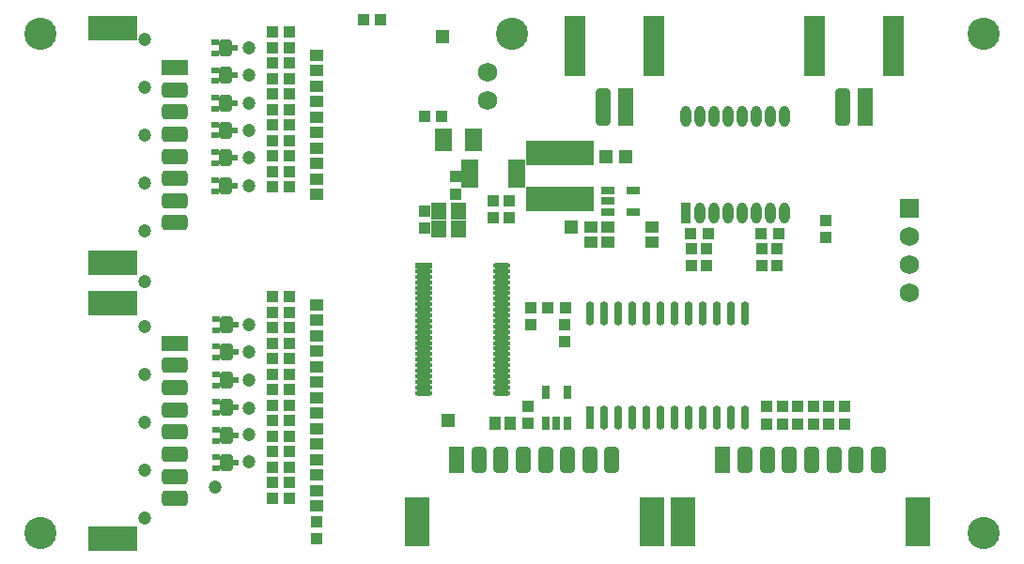
<source format=gts>
G04 Layer_Color=8388736*
%FSTAX24Y24*%
%MOIN*%
G70*
G01*
G75*
%ADD54R,0.0493X0.0316*%
%ADD55R,0.0631X0.0190*%
%ADD56R,0.0533X0.0631*%
G04:AMPARAMS|DCode=57|XSize=47.4mil|YSize=59.2mil|CornerRadius=7mil|HoleSize=0mil|Usage=FLASHONLY|Rotation=0.000|XOffset=0mil|YOffset=0mil|HoleType=Round|Shape=RoundedRectangle|*
%AMROUNDEDRECTD57*
21,1,0.0474,0.0453,0,0,0.0*
21,1,0.0335,0.0592,0,0,0.0*
1,1,0.0139,0.0167,-0.0226*
1,1,0.0139,-0.0167,-0.0226*
1,1,0.0139,-0.0167,0.0226*
1,1,0.0139,0.0167,0.0226*
%
%ADD57ROUNDEDRECTD57*%
%ADD58R,0.0257X0.0198*%
%ADD59R,0.0277X0.0202*%
%ADD60R,0.0415X0.0415*%
%ADD61R,0.0415X0.0415*%
%ADD62R,0.0454X0.0414*%
G04:AMPARAMS|DCode=63|XSize=55.2mil|YSize=94.6mil|CornerRadius=15.8mil|HoleSize=0mil|Usage=FLASHONLY|Rotation=270.000|XOffset=0mil|YOffset=0mil|HoleType=Round|Shape=RoundedRectangle|*
%AMROUNDEDRECTD63*
21,1,0.0552,0.0630,0,0,270.0*
21,1,0.0236,0.0946,0,0,270.0*
1,1,0.0316,-0.0315,-0.0118*
1,1,0.0316,-0.0315,0.0118*
1,1,0.0316,0.0315,0.0118*
1,1,0.0316,0.0315,-0.0118*
%
%ADD63ROUNDEDRECTD63*%
%ADD64R,0.1734X0.0867*%
%ADD65R,0.0946X0.0552*%
%ADD66O,0.0612X0.0198*%
%ADD67R,0.0612X0.0198*%
%ADD68R,0.0631X0.0789*%
%ADD69R,0.2442X0.0907*%
G04:AMPARAMS|DCode=70|XSize=55.2mil|YSize=94.6mil|CornerRadius=15.8mil|HoleSize=0mil|Usage=FLASHONLY|Rotation=0.000|XOffset=0mil|YOffset=0mil|HoleType=Round|Shape=RoundedRectangle|*
%AMROUNDEDRECTD70*
21,1,0.0552,0.0630,0,0,0.0*
21,1,0.0236,0.0946,0,0,0.0*
1,1,0.0316,0.0118,-0.0315*
1,1,0.0316,-0.0118,-0.0315*
1,1,0.0316,-0.0118,0.0315*
1,1,0.0316,0.0118,0.0315*
%
%ADD70ROUNDEDRECTD70*%
%ADD71R,0.0867X0.1734*%
%ADD72R,0.0552X0.0946*%
%ADD73R,0.0414X0.0454*%
%ADD74R,0.0316X0.0474*%
%ADD75O,0.0297X0.0848*%
%ADD76R,0.0297X0.0848*%
%ADD77R,0.0474X0.0474*%
%ADD78R,0.0749X0.2167*%
G04:AMPARAMS|DCode=79|XSize=55.2mil|YSize=134mil|CornerRadius=15.8mil|HoleSize=0mil|Usage=FLASHONLY|Rotation=180.000|XOffset=0mil|YOffset=0mil|HoleType=Round|Shape=RoundedRectangle|*
%AMROUNDEDRECTD79*
21,1,0.0552,0.1024,0,0,180.0*
21,1,0.0236,0.1340,0,0,180.0*
1,1,0.0316,-0.0118,0.0512*
1,1,0.0316,0.0118,0.0512*
1,1,0.0316,0.0118,-0.0512*
1,1,0.0316,-0.0118,-0.0512*
%
%ADD79ROUNDEDRECTD79*%
%ADD80R,0.0552X0.1340*%
%ADD81O,0.0379X0.0749*%
%ADD82R,0.0379X0.0749*%
%ADD83C,0.0680*%
%ADD84R,0.0680X0.0680*%
%ADD85C,0.1143*%
%ADD86C,0.0474*%
D54*
X032116Y040131D02*
D03*
Y039757D02*
D03*
Y039383D02*
D03*
X033021D02*
D03*
Y040131D02*
D03*
D55*
X027207Y041134D02*
D03*
Y040937D02*
D03*
Y04074D02*
D03*
Y040543D02*
D03*
Y040346D02*
D03*
X028893Y041134D02*
D03*
Y040937D02*
D03*
Y04074D02*
D03*
Y040543D02*
D03*
Y040346D02*
D03*
D56*
X026128Y039412D02*
D03*
X026817D02*
D03*
X026128Y038762D02*
D03*
X026817D02*
D03*
D57*
X018569Y030474D02*
D03*
Y03144D02*
D03*
Y032423D02*
D03*
Y033407D02*
D03*
Y035374D02*
D03*
Y03439D02*
D03*
X018543Y045207D02*
D03*
Y044219D02*
D03*
Y043232D02*
D03*
X018543Y042283D02*
D03*
Y041295D02*
D03*
Y040308D02*
D03*
D58*
X018214Y030277D02*
D03*
Y030671D02*
D03*
Y031243D02*
D03*
Y031637D02*
D03*
Y032227D02*
D03*
Y03262D02*
D03*
Y03321D02*
D03*
Y033604D02*
D03*
Y035177D02*
D03*
Y035571D02*
D03*
Y034193D02*
D03*
Y034587D02*
D03*
X018189Y045404D02*
D03*
Y04501D02*
D03*
Y044416D02*
D03*
Y044023D02*
D03*
Y043429D02*
D03*
Y043035D02*
D03*
X018189Y04248D02*
D03*
Y042086D02*
D03*
Y041492D02*
D03*
Y041099D02*
D03*
Y040505D02*
D03*
Y040111D02*
D03*
D59*
X018864Y030474D02*
D03*
Y03144D02*
D03*
Y032423D02*
D03*
Y033407D02*
D03*
Y035374D02*
D03*
Y03439D02*
D03*
X018839Y045207D02*
D03*
Y044219D02*
D03*
Y043232D02*
D03*
X018839Y042283D02*
D03*
Y041295D02*
D03*
Y040308D02*
D03*
D60*
X021769Y028362D02*
D03*
Y027752D02*
D03*
X0267Y040625D02*
D03*
Y040015D02*
D03*
X025619Y039412D02*
D03*
Y038802D02*
D03*
X02805Y039765D02*
D03*
Y039155D02*
D03*
X0286Y039765D02*
D03*
Y039155D02*
D03*
X03775Y031845D02*
D03*
Y032455D02*
D03*
X0383Y031845D02*
D03*
Y032455D02*
D03*
X03885Y031845D02*
D03*
Y032455D02*
D03*
X0394Y031845D02*
D03*
Y032455D02*
D03*
X03995D02*
D03*
Y031845D02*
D03*
X0405Y032455D02*
D03*
Y031845D02*
D03*
X029294Y031855D02*
D03*
Y032465D02*
D03*
X030594Y035365D02*
D03*
Y034755D02*
D03*
X029394Y035965D02*
D03*
Y035355D02*
D03*
X039844Y039065D02*
D03*
Y038455D02*
D03*
X035619Y037452D02*
D03*
Y038062D02*
D03*
X035069Y037452D02*
D03*
Y038062D02*
D03*
X037569D02*
D03*
Y037452D02*
D03*
X038119Y038062D02*
D03*
Y037452D02*
D03*
D61*
X020213Y029207D02*
D03*
X020824D02*
D03*
X020213Y029757D02*
D03*
X020824D02*
D03*
Y030307D02*
D03*
X020213D02*
D03*
Y030857D02*
D03*
X020824D02*
D03*
Y031407D02*
D03*
X020213D02*
D03*
Y031957D02*
D03*
X020824D02*
D03*
Y044657D02*
D03*
X020213D02*
D03*
X020824Y045757D02*
D03*
X020213D02*
D03*
X020824Y043557D02*
D03*
X020213D02*
D03*
X020824Y042457D02*
D03*
X020213D02*
D03*
X020824Y041357D02*
D03*
X020213D02*
D03*
X020824Y040257D02*
D03*
X020213D02*
D03*
Y040807D02*
D03*
X020824D02*
D03*
X020213Y041907D02*
D03*
X020824D02*
D03*
X020213Y043007D02*
D03*
X020824D02*
D03*
X020213Y044107D02*
D03*
X020824D02*
D03*
X020213Y045207D02*
D03*
X020824D02*
D03*
X020213Y036357D02*
D03*
X020824D02*
D03*
X020213Y035257D02*
D03*
X020824D02*
D03*
Y035807D02*
D03*
X020213D02*
D03*
X020824Y034707D02*
D03*
X020213D02*
D03*
Y034157D02*
D03*
X020824D02*
D03*
Y033607D02*
D03*
X020213D02*
D03*
Y033057D02*
D03*
X020824D02*
D03*
Y032507D02*
D03*
X020213D02*
D03*
X025613Y042757D02*
D03*
X026224D02*
D03*
X024049Y04621D02*
D03*
X023439D02*
D03*
X030599Y03596D02*
D03*
X029989D02*
D03*
X035063Y038607D02*
D03*
X035674D02*
D03*
X037563D02*
D03*
X038174D02*
D03*
D62*
X021769Y031141D02*
D03*
Y031673D02*
D03*
Y030041D02*
D03*
Y030573D02*
D03*
Y028941D02*
D03*
Y029473D02*
D03*
Y043291D02*
D03*
Y043823D02*
D03*
Y042191D02*
D03*
Y042723D02*
D03*
Y044391D02*
D03*
Y044923D02*
D03*
Y041091D02*
D03*
Y041623D02*
D03*
Y039991D02*
D03*
Y040523D02*
D03*
Y035541D02*
D03*
Y036073D02*
D03*
Y034441D02*
D03*
Y034973D02*
D03*
Y032241D02*
D03*
Y032773D02*
D03*
Y033341D02*
D03*
Y033873D02*
D03*
X031518Y038291D02*
D03*
Y038823D02*
D03*
X032118Y038291D02*
D03*
Y038823D02*
D03*
X033668Y038291D02*
D03*
Y038823D02*
D03*
D63*
X016732Y029195D02*
D03*
Y029982D02*
D03*
Y03077D02*
D03*
Y031557D02*
D03*
Y032345D02*
D03*
Y033132D02*
D03*
Y033919D02*
D03*
Y038986D02*
D03*
Y039774D02*
D03*
Y040561D02*
D03*
Y041349D02*
D03*
Y042136D02*
D03*
Y042923D02*
D03*
Y043711D02*
D03*
D64*
X014535Y027778D02*
D03*
Y036124D02*
D03*
Y037569D02*
D03*
Y045916D02*
D03*
D65*
X016732Y034707D02*
D03*
Y044498D02*
D03*
D66*
X028346Y032943D02*
D03*
Y03314D02*
D03*
Y033337D02*
D03*
Y033534D02*
D03*
Y03373D02*
D03*
Y033927D02*
D03*
Y034124D02*
D03*
Y034321D02*
D03*
Y034518D02*
D03*
Y034715D02*
D03*
Y034912D02*
D03*
Y035108D02*
D03*
Y035305D02*
D03*
Y035502D02*
D03*
Y035699D02*
D03*
Y035896D02*
D03*
Y036093D02*
D03*
Y03629D02*
D03*
Y036486D02*
D03*
Y036683D02*
D03*
Y03688D02*
D03*
Y037077D02*
D03*
Y037274D02*
D03*
Y037471D02*
D03*
X025591Y032943D02*
D03*
Y03314D02*
D03*
Y033337D02*
D03*
Y033534D02*
D03*
Y03373D02*
D03*
Y033927D02*
D03*
Y034124D02*
D03*
Y034321D02*
D03*
Y034518D02*
D03*
Y034715D02*
D03*
Y034912D02*
D03*
Y035108D02*
D03*
Y035305D02*
D03*
Y035502D02*
D03*
Y035699D02*
D03*
Y035896D02*
D03*
Y036093D02*
D03*
Y03629D02*
D03*
Y036486D02*
D03*
Y036683D02*
D03*
Y03688D02*
D03*
Y037077D02*
D03*
Y037274D02*
D03*
D67*
Y037471D02*
D03*
D68*
X026277Y041927D02*
D03*
X02736D02*
D03*
D69*
X030419Y041484D02*
D03*
Y03983D02*
D03*
D70*
X03226Y030553D02*
D03*
X031472D02*
D03*
X030685D02*
D03*
X029898D02*
D03*
X02911D02*
D03*
X028323D02*
D03*
X027535D02*
D03*
X041709D02*
D03*
X040921D02*
D03*
X040134D02*
D03*
X039346D02*
D03*
X038559D02*
D03*
X037772D02*
D03*
X036984D02*
D03*
D71*
X033677Y028356D02*
D03*
X025331D02*
D03*
X043126D02*
D03*
X03478D02*
D03*
D72*
X026748Y030553D02*
D03*
X036197D02*
D03*
D73*
X028128Y03186D02*
D03*
X028659D02*
D03*
D74*
X02992Y032951D02*
D03*
X030668D02*
D03*
Y031869D02*
D03*
X030294D02*
D03*
X02992D02*
D03*
D75*
X036994Y03576D02*
D03*
X036494D02*
D03*
X035994D02*
D03*
X035494D02*
D03*
X034994D02*
D03*
X034494D02*
D03*
X033994D02*
D03*
X033494D02*
D03*
X032994D02*
D03*
X032494D02*
D03*
X031994D02*
D03*
X031494D02*
D03*
X036994Y03206D02*
D03*
X036494D02*
D03*
X035994D02*
D03*
X035494D02*
D03*
X034994D02*
D03*
X034494D02*
D03*
X033994D02*
D03*
X033494D02*
D03*
X032994D02*
D03*
X032494D02*
D03*
X031994D02*
D03*
D76*
X031494D02*
D03*
D77*
X026444Y03196D02*
D03*
X03205Y04135D02*
D03*
X03275D02*
D03*
X0308Y03885D02*
D03*
X02625Y0456D02*
D03*
D78*
X030959Y045267D02*
D03*
X033754D02*
D03*
X039459D02*
D03*
X042254D02*
D03*
D79*
X031963Y04311D02*
D03*
X040463D02*
D03*
D80*
X03275D02*
D03*
X04125D02*
D03*
D81*
X038368Y042779D02*
D03*
X037868D02*
D03*
X037369D02*
D03*
X036869D02*
D03*
X036369D02*
D03*
X035868D02*
D03*
X035368D02*
D03*
X034869D02*
D03*
X038368Y039334D02*
D03*
X037868D02*
D03*
X037369D02*
D03*
X036869D02*
D03*
X036369D02*
D03*
X035868D02*
D03*
X035368D02*
D03*
D82*
X034869D02*
D03*
D83*
X0428Y0365D02*
D03*
Y0375D02*
D03*
Y0385D02*
D03*
X02785Y04435D02*
D03*
Y04335D02*
D03*
D84*
X0428Y0395D02*
D03*
D85*
X028717Y045701D02*
D03*
X045449D02*
D03*
Y027984D02*
D03*
X011984Y045701D02*
D03*
Y027984D02*
D03*
D86*
X018168Y029607D02*
D03*
X01937Y045207D02*
D03*
Y044219D02*
D03*
Y043232D02*
D03*
X01937Y042283D02*
D03*
Y041295D02*
D03*
Y040308D02*
D03*
X015668Y045507D02*
D03*
Y043807D02*
D03*
Y042107D02*
D03*
Y040407D02*
D03*
Y038707D02*
D03*
Y036907D02*
D03*
Y035307D02*
D03*
Y033607D02*
D03*
Y031907D02*
D03*
Y030207D02*
D03*
Y028507D02*
D03*
X019368Y035357D02*
D03*
Y034407D02*
D03*
Y033407D02*
D03*
Y032407D02*
D03*
Y031457D02*
D03*
Y030507D02*
D03*
M02*

</source>
